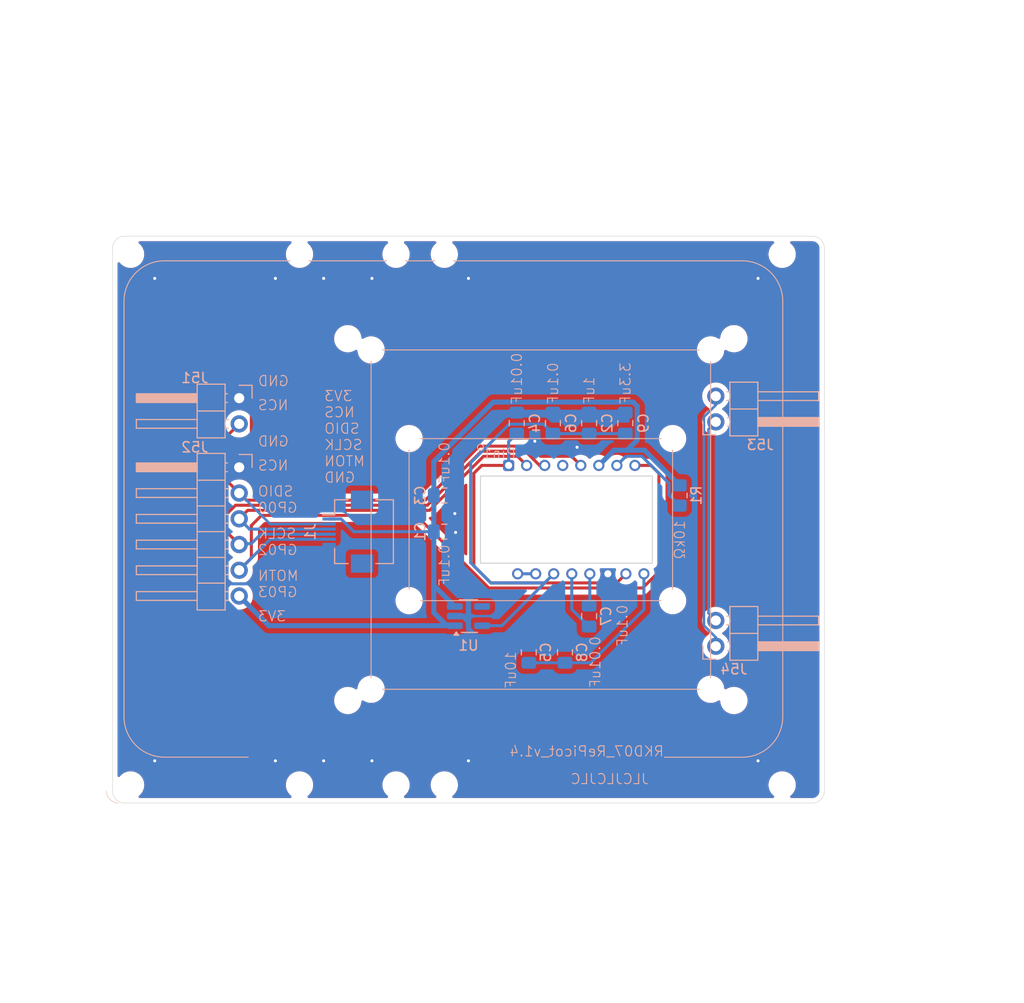
<source format=kicad_pcb>
(kicad_pcb (version 20241229) (generator "pcbnew") (generator_version "9.0")
  (layers (0 "F.Cu" signal) (2 "B.Cu" signal) (13 "F.Paste" user) (15 "B.Paste" user) (5 "F.SilkS" user "F.Silkscreen") (7 "B.SilkS" user "B.Silkscreen") (1 "F.Mask" user) (3 "B.Mask" user) (25 "Edge.Cuts" user))
  (net 0 "")
  (net 1 "3V3_F")
  (net 2 "GND_F")
  (net 3 "1V9_F")
  (net 4 "Net-(U2-+VCSEL)")
  (net 5 "Net-(U2-VCP)")
  (net 6 "Net-(U2-CP)")
  (net 7 "Net-(U2-CN)")
  (net 8 "NCS_F")
  (net 10 "GP03_MOSI_F")
  (net 11 "GP00_MISO_F")
  (net 12 "GP02_SCLK_F")
  (net 13 "Net-(U2-NRESET)")
  (net 15 "Net-(U2--VCSEL)")
  (net 16 "GP04_F")
  (net 17 "GP07_F")
  (footprint "kbd_Hole:m2_Screw_Hole" (layer "F.Cu") (at 145.25625 52.3875)
    (property "Reference" "Ref**")
    (property "Value" "Val**")
    (pad "" np_thru_hole circle (at 0 0) (size 2.2 2.2) (drill 2.2) (layers "*.Cu" "*.Mask"))
  )
  (footprint "kbd_Hole:m2_Screw_Hole" (layer "F.Cu") (at 145.25625 104.775)
    (property "Reference" "Ref**")
    (property "Value" "Val**")
    (pad "" np_thru_hole circle (at 0 0) (size 2.2 2.2) (drill 2.2) (layers "*.Cu" "*.Mask"))
  )
  (footprint "kbd_Hole:m2_Screw_Hole" (layer "F.Cu") (at 80.9625 52.3875)
    (property "Reference" "Ref**")
    (property "Value" "Val**")
    (pad "" np_thru_hole circle (at 0 0) (size 2.2 2.2) (drill 2.2) (layers "*.Cu" "*.Mask"))
  )
  (footprint "kbd_Hole:m2_Screw_Hole" (layer "F.Cu") (at 102.393644 60.722025)
    (property "Reference" "Ref**")
    (property "Value" "Val**")
    (pad "" np_thru_hole circle (at 0 0) (size 2.2 2.2) (drill 2.2) (layers "*.Cu" "*.Mask"))
  )
  (footprint "kbd_Hole:m2_Screw_Hole" (layer "F.Cu") (at 140.49375 96.440625)
    (property "Reference" "Ref**")
    (property "Value" "Val**")
    (pad "" np_thru_hole circle (at 0 0) (size 2.2 2.2) (drill 2.2) (layers "*.Cu" "*.Mask"))
  )
  (footprint "kbd_Hole:m2_Screw_Hole" (layer "F.Cu") (at 107.15625 104.775)
    (property "Reference" "Ref**")
    (property "Value" "Val**")
    (pad "" np_thru_hole circle (at 0 0) (size 2.2 2.2) (drill 2.2) (layers "*.Cu" "*.Mask"))
  )
  (footprint "kbd_Hole:m2_Screw_Hole" (layer "F.Cu") (at 80.9625 104.775)
    (property "Reference" "Ref**")
    (property "Value" "Val**")
    (pad "" np_thru_hole circle (at 0 0) (size 2.2 2.2) (drill 2.2) (layers "*.Cu" "*.Mask"))
  )
  (footprint "kbd_Hole:m2_Screw_Hole" (layer "F.Cu") (at 107.15625 52.3875 180)
    (property "Reference" "Ref**")
    (property "Value" "Val**")
    (pad "" np_thru_hole circle (at 0 0 180) (size 2.2 2.2) (drill 2.2) (layers "*.Cu" "*.Mask"))
  )
  (footprint "kbd_Hole:m2_Screw_Hole" (layer "F.Cu") (at 111.91875 52.3875 180)
    (property "Reference" "Ref**")
    (property "Value" "Val**")
    (pad "" np_thru_hole circle (at 0 0 180) (size 2.2 2.2) (drill 2.2) (layers "*.Cu" "*.Mask"))
  )
  (footprint "kbd_Hole:m2_Screw_Hole" (layer "F.Cu") (at 97.63115 104.775)
    (property "Reference" "Ref**")
    (property "Value" "Val**")
    (pad "" np_thru_hole circle (at 0 0) (size 2.2 2.2) (drill 2.2) (layers "*.Cu" "*.Mask"))
  )
  (footprint "kbd_Hole:m2_Screw_Hole" (layer "F.Cu") (at 111.91875 104.775)
    (property "Reference" "Ref**")
    (property "Value" "Val**")
    (pad "" np_thru_hole circle (at 0 0) (size 2.2 2.2) (drill 2.2) (layers "*.Cu" "*.Mask"))
  )
  (footprint "kbd_Hole:m2_Screw_Hole" (layer "F.Cu") (at 97.63125 52.3875)
    (property "Reference" "Ref**")
    (property "Value" "Val**")
    (pad "" np_thru_hole circle (at 0 0) (size 2.2 2.2) (drill 2.2) (layers "*.Cu" "*.Mask"))
  )
  (footprint "kbd_Hole:m2_Screw_Hole" (layer "F.Cu") (at 140.49375 60.721875)
    (property "Reference" "Ref**")
    (property "Value" "Val**")
    (pad "" np_thru_hole circle (at 0 0) (size 2.2 2.2) (drill 2.2) (layers "*.Cu" "*.Mask"))
  )
  (footprint "kbd_Hole:m2_Screw_Hole" (layer "F.Cu") (at 102.393988 96.440804)
    (property "Reference" "Ref**")
    (property "Value" "Val**")
    (pad "" np_thru_hole circle (at 0 0) (size 2.2 2.2) (drill 2.2) (layers "*.Cu" "*.Mask"))
  )
  (footprint "Rikkodo_FootPrint:PMW3610DM-SUDU" (layer "F.Cu") (at 121.443648 78.581184)
    (property "Reference" "U2" (hide yes))
    (property "Value" "PMW3610DM-SUDU")
    (fp_rect (start -5.96 -4.3) (end 11 4.3) (stroke (width 0.1)) (fill no) (layer "Edge.Cuts"))
    (pad "1" thru_hole roundrect (at -3.18 -5.35) (size 1.1 1.1) (drill 0.7) (layers "*.Cu" "*.Mask") (roundrect_rratio 0.2272727273) (net 4 "Net-(U2-+VCSEL)"))
    (pad "2" thru_hole circle (at -1.4 -5.35) (size 1.1 1.1) (drill 0.7) (layers "*.Cu" "*.Mask") (net 11 "GP00_MISO_F"))
    (pad "3" thru_hole circle (at 0.38 -5.35) (size 1.1 1.1) (drill 0.7) (layers "*.Cu" "*.Mask") (net 12 "GP02_SCLK_F"))
    (pad "4" thru_hole circle (at 2.16 -5.35) (size 1.1 1.1) (drill 0.7) (layers "*.Cu" "*.Mask"))
    (pad "5" thru_hole circle (at 3.94 -5.35) (size 1.1 1.1) (drill 0.7) (layers "*.Cu" "*.Mask") (net 8 "NCS_F"))
    (pad "6" thru_hole circle (at 5.72 -5.35) (size 1.1 1.1) (drill 0.7) (layers "*.Cu" "*.Mask") (net 1 "3V3_F"))
    (pad "7" thru_hole circle (at 7.5 -5.35) (size 1.1 1.1) (drill 0.7) (layers "*.Cu" "*.Mask") (net 13 "Net-(U2-NRESET)"))
    (pad "8" thru_hole circle (at 9.28 -5.35) (size 1.1 1.1) (drill 0.7) (layers "*.Cu" "*.Mask") (net 10 "GP03_MOSI_F"))
    (pad "9" thru_hole circle (at 10.17 5.35) (size 1.1 1.1) (drill 0.7) (layers "*.Cu" "*.Mask") (net 5 "Net-(U2-VCP)"))
    (pad "10" thru_hole circle (at 8.39 5.35) (size 1.1 1.1) (drill 0.7) (layers "*.Cu" "*.Mask") (net 4 "Net-(U2-+VCSEL)"))
    (pad "11" thru_hole circle (at 6.61 5.35) (size 1.1 1.1) (drill 0.7) (layers "*.Cu" "*.Mask") (net 2 "GND_F"))
    (pad "12" thru_hole circle (at 4.83 5.35) (size 1.1 1.1) (drill 0.7) (layers "*.Cu" "*.Mask") (net 6 "Net-(U2-CP)"))
    (pad "13" thru_hole circle (at 3.05 5.35) (size 1.1 1.1) (drill 0.7) (layers "*.Cu" "*.Mask") (net 7 "Net-(U2-CN)"))
    (pad "14" thru_hole circle (at 1.27 5.35) (size 1.1 1.1) (drill 0.7) (layers "*.Cu" "*.Mask") (net 3 "1V9_F"))
    (pad "15" thru_hole circle (at -0.51 5.35) (size 1.1 1.1) (drill 0.7) (layers "*.Cu" "*.Mask") (net 15 "Net-(U2--VCSEL)"))
    (pad "16" thru_hole circle (at -2.29 5.35) (size 1.1 1.1) (drill 0.7) (layers "*.Cu" "*.Mask") (net 15 "Net-(U2--VCSEL)"))
  )
  (footprint "Capacitor_SMD:C_0805_2012Metric_Pad1.18x1.45mm_HandSolder" (layer "B.Cu") (at 126.20625 69.05625 90)
    (property "Reference" "C2" (at 0.000058 1.78583 90) (layer "B.SilkS") (effects (justify mirror)))
    (property "Value" "1uF")
    (fp_line (start -0.261252 -0.735) (end 0.261252 -0.735) (stroke (width 0.12)) (layer "B.SilkS"))
    (fp_line (start -0.261252 0.735) (end 0.261252 0.735) (stroke (width 0.12)) (layer "B.SilkS"))
    (pad "1" smd roundrect (at -1.0375 0 90) (size 1.175 1.45) (layers "B.Cu" "B.Mask" "B.Paste") (roundrect_rratio 0.212766) (net 3 "1V9_F"))
    (pad "2" smd roundrect (at 1.0375 0 90) (size 1.175 1.45) (layers "B.Cu" "B.Mask" "B.Paste") (roundrect_rratio 0.212766) (net 2 "GND_F"))
  )
  (footprint "Capacitor_SMD:C_0805_2012Metric_Pad1.18x1.45mm_HandSolder" (layer "B.Cu") (at 111.918844 76.200064)
    (property "Reference" "C3" (at -2.381344 -0.000064 90) (layer "B.SilkS") (effects (justify mirror)))
    (property "Value" "0.1uF X7R")
    (fp_line (start -0.261252 -0.735) (end 0.261252 -0.735) (stroke (width 0.12)) (layer "B.SilkS"))
    (fp_line (start -0.261252 0.735) (end 0.261252 0.735) (stroke (width 0.12)) (layer "B.SilkS"))
    (pad "1" smd roundrect (at -1.0375 0) (size 1.175 1.45) (layers "B.Cu" "B.Mask" "B.Paste") (roundrect_rratio 0.212766) (net 1 "3V3_F"))
    (pad "2" smd roundrect (at 1.0375 0) (size 1.175 1.45) (layers "B.Cu" "B.Mask" "B.Paste") (roundrect_rratio 0.212766) (net 2 "GND_F"))
  )
  (footprint "Capacitor_SMD:C_0805_2012Metric_Pad1.18x1.45mm_HandSolder" (layer "B.Cu") (at 111.918844 79.772006)
    (property "Reference" "C1" (at -2.381344 0 90) (layer "B.SilkS") (effects (justify mirror)))
    (property "Value" "0.1uF X7R")
    (fp_line (start -0.261252 -0.735) (end 0.261252 -0.735) (stroke (width 0.12)) (layer "B.SilkS"))
    (fp_line (start -0.261252 0.735) (end 0.261252 0.735) (stroke (width 0.12)) (layer "B.SilkS"))
    (pad "1" smd roundrect (at -1.0375 0) (size 1.175 1.45) (layers "B.Cu" "B.Mask" "B.Paste") (roundrect_rratio 0.212766) (net 1 "3V3_F"))
    (pad "2" smd roundrect (at 1.0375 0) (size 1.175 1.45) (layers "B.Cu" "B.Mask" "B.Paste") (roundrect_rratio 0.212766) (net 2 "GND_F"))
  )
  (footprint "Connector_PinHeader_2.54mm:PinHeader_1x02_P2.54mm_Horizontal" (layer "B.Cu") (at 138.707929 68.933485)
    (property "Reference" "J53" (at 4.385 2.27 0) (layer "B.SilkS") (effects (justify mirror)))
    (property "Value" "Conn_01x02_Socket")
    (fp_line (start -1.27 0) (end -1.27 1.27) (stroke (width 0.12)) (layer "B.SilkS"))
    (fp_line (start -1.27 1.27) (end 0 1.27) (stroke (width 0.12)) (layer "B.SilkS"))
    (fp_line (start 1.077358 -2.97) (end 1.39 -2.97) (stroke (width 0.12)) (layer "B.SilkS"))
    (fp_line (start 1.077358 -2.11) (end 1.39 -2.11) (stroke (width 0.12)) (layer "B.SilkS"))
    (fp_line (start 1.16 -0.43) (end 1.39 -0.43) (stroke (width 0.12)) (layer "B.SilkS"))
    (fp_line (start 1.16 0.43) (end 1.39 0.43) (stroke (width 0.12)) (layer "B.SilkS"))
    (fp_line (start 1.39 -3.92) (end 4.15 -3.92) (stroke (width 0.12)) (layer "B.SilkS"))
    (fp_line (start 1.39 -1.27) (end 4.15 -1.27) (stroke (width 0.12)) (layer "B.SilkS"))
    (fp_line (start 1.39 1.38) (end 1.39 -3.92) (stroke (width 0.12)) (layer "B.SilkS"))
    (fp_line (start 4.15 -3.92) (end 4.15 1.38) (stroke (width 0.12)) (layer "B.SilkS"))
    (fp_line (start 4.15 -2.11) (end 10.15 -2.11) (stroke (width 0.12)) (layer "B.SilkS"))
    (fp_line (start 4.15 1.38) (end 1.39 1.38) (stroke (width 0.12)) (layer "B.SilkS"))
    (fp_line (start 10.15 -2.97) (end 4.15 -2.97) (stroke (width 0.12)) (layer "B.SilkS"))
    (fp_line (start 10.15 -2.11) (end 10.15 -2.97) (stroke (width 0.12)) (layer "B.SilkS"))
    (fp_rect (start 4.15 0.43) (end 10.15 -0.43) (stroke (width 0.12)) (fill yes) (layer "B.SilkS"))
    (pad "1" thru_hole circle (at 0 0) (size 1.7 1.7) (drill 1) (layers "*.Cu" "*.Mask") (net 16 "GP04_F"))
    (pad "2" thru_hole circle (at 0 -2.54) (size 1.7 1.7) (drill 1) (layers "*.Cu" "*.Mask") (net 17 "GP07_F"))
  )
  (footprint "Capacitor_SMD:C_0805_2012Metric_Pad1.18x1.45mm_HandSolder" (layer "B.Cu") (at 123.825 91.678125 90)
    (property "Reference" "C8" (at 0 1.68 90) (layer "B.SilkS") (effects (justify mirror)))
    (property "Value" "0.01uF X7R")
    (fp_line (start -0.261252 -0.735) (end 0.261252 -0.735) (stroke (width 0.12)) (layer "B.SilkS"))
    (fp_line (start -0.261252 0.735) (end 0.261252 0.735) (stroke (width 0.12)) (layer "B.SilkS"))
    (pad "1" smd roundrect (at -1.0375 0 90) (size 1.175 1.45) (layers "B.Cu" "B.Mask" "B.Paste") (roundrect_rratio 0.212766) (net 5 "Net-(U2-VCP)"))
    (pad "2" smd roundrect (at 1.0375 0 90) (size 1.175 1.45) (layers "B.Cu" "B.Mask" "B.Paste") (roundrect_rratio 0.212766) (net 2 "GND_F"))
  )
  (footprint "Capacitor_SMD:C_0805_2012Metric_Pad1.18x1.45mm_HandSolder" (layer "B.Cu") (at 120.253125 91.678125 90)
    (property "Reference" "C5" (at 0 1.68 90) (layer "B.SilkS") (effects (justify mirror)))
    (property "Value" "10uF X7R")
    (fp_line (start -0.261252 -0.735) (end 0.261252 -0.735) (stroke (width 0.12)) (layer "B.SilkS"))
    (fp_line (start -0.261252 0.735) (end 0.261252 0.735) (stroke (width 0.12)) (layer "B.SilkS"))
    (pad "1" smd roundrect (at -1.0375 0 90) (size 1.175 1.45) (layers "B.Cu" "B.Mask" "B.Paste") (roundrect_rratio 0.212766) (net 5 "Net-(U2-VCP)"))
    (pad "2" smd roundrect (at 1.0375 0 90) (size 1.175 1.45) (layers "B.Cu" "B.Mask" "B.Paste") (roundrect_rratio 0.212766) (net 2 "GND_F"))
  )
  (footprint "Connector_PinHeader_2.54mm:PinHeader_1x02_P2.54mm_Horizontal" (layer "B.Cu") (at 91.67828 66.590682 180)
    (property "Reference" "J51" (at 4.385 1.99933 0) (layer "B.SilkS") (effects (justify mirror)))
    (property "Value" "Conn_01x02_Socket")
    (fp_line (start 10.15 -2.11) (end 10.15 -2.97) (stroke (width 0.12)) (layer "B.SilkS"))
    (fp_line (start 10.15 -2.97) (end 4.15 -2.97) (stroke (width 0.12)) (layer "B.SilkS"))
    (fp_line (start 4.15 1.38) (end 1.39 1.38) (stroke (width 0.12)) (layer "B.SilkS"))
    (fp_line (start 4.15 -2.11) (end 10.15 -2.11) (stroke (width 0.12)) (layer "B.SilkS"))
    (fp_line (start 4.15 -3.92) (end 4.15 1.38) (stroke (width 0.12)) (layer "B.SilkS"))
    (fp_line (start 1.39 1.38) (end 1.39 -3.92) (stroke (width 0.12)) (layer "B.SilkS"))
    (fp_line (start 1.39 -1.27) (end 4.15 -1.27) (stroke (width 0.12)) (layer "B.SilkS"))
    (fp_line (start 1.39 -3.92) (end 4.15 -3.92) (stroke (width 0.12)) (layer "B.SilkS"))
    (fp_line (start 1.16 0.43) (end 1.39 0.43) (stroke (width 0.12)) (layer "B.SilkS"))
    (fp_line (start 1.16 -0.43) (end 1.39 -0.43) (stroke (width 0.12)) (layer "B.SilkS"))
    (fp_line (start 1.077358 -2.11) (end 1.39 -2.11) (stroke (width 0.12)) (layer "B.SilkS"))
    (fp_line (start 1.077358 -2.97) (end 1.39 -2.97) (stroke (width 0.12)) (layer "B.SilkS"))
    (fp_line (start -1.27 1.27) (end 0 1.27) (stroke (width 0.12)) (layer "B.SilkS"))
    (fp_line (start -1.27 0) (end -1.27 1.27) (stroke (width 0.12)) (layer "B.SilkS"))
    (fp_rect (start 4.15 0.43) (end 10.15 -0.43) (stroke (width 0.12)) (fill yes) (layer "B.SilkS"))
    (pad "1" thru_hole rect (at 0 0 180) (size 1.7 1.7) (drill 1) (layers "*.Cu" "*.Mask") (net 2 "GND_F"))
    (pad "2" thru_hole circle (at 0 -2.54 180) (size 1.7 1.7) (drill 1) (layers "*.Cu" "*.Mask") (net 8 "NCS_F"))
  )
  (footprint "Capacitor_SMD:C_0805_2012Metric_Pad1.18x1.45mm_HandSolder" (layer "B.Cu") (at 122.634375 69.05625 90)
    (property "Reference" "C6" (at 0.000058 1.785833 90) (layer "B.SilkS") (effects (justify mirror)))
    (property "Value" "0.1uF X7R")
    (fp_line (start -0.261252 -0.735) (end 0.261252 -0.735) (stroke (width 0.12)) (layer "B.SilkS"))
    (fp_line (start -0.261252 0.735) (end 0.261252 0.735) (stroke (width 0.12)) (layer "B.SilkS"))
    (pad "1" smd roundrect (at -1.0375 0 90) (size 1.175 1.45) (layers "B.Cu" "B.Mask" "B.Paste") (roundrect_rratio 0.212766) (net 3 "1V9_F"))
    (pad "2" smd roundrect (at 1.0375 0 90) (size 1.175 1.45) (layers "B.Cu" "B.Mask" "B.Paste") (roundrect_rratio 0.212766) (net 2 "GND_F"))
  )
  (footprint "Package_TO_SOT_SMD:SOT-23-5_HandSoldering" (layer "B.Cu") (at 114.3 88.10625)
    (property "Reference" "U1" (at 0 2.9 0) (layer "B.SilkS") (effects (justify mirror)))
    (property "Value" "TLV70019DDCR")
    (fp_line (start -0.9 -1.61) (end 0.9 -1.61) (stroke (width 0.12)) (layer "B.SilkS"))
    (fp_line (start 0.1 1.61) (end -0.7 1.61) (stroke (width 0.12)) (layer "B.SilkS"))
    (fp_line (start 0.1 1.61) (end 0.9 1.61) (stroke (width 0.12)) (layer "B.SilkS"))
    (fp_poly (pts (xy -1.2 1.56) (xy -1.44 1.89) (xy -0.96 1.89) (xy -1.2 1.56)) (stroke (width 0.12)) (fill yes) (layer "B.SilkS"))
    (pad "1" smd roundrect (at -1.35 0.95) (size 1.56 0.65) (layers "B.Cu" "B.Mask" "B.Paste") (net 1 "3V3_F"))
    (pad "2" smd roundrect (at -1.35 0) (size 1.56 0.65) (layers "B.Cu" "B.Mask" "B.Paste") (net 2 "GND_F"))
    (pad "3" smd roundrect (at -1.35 -0.95) (size 1.56 0.65) (layers "B.Cu" "B.Mask" "B.Paste") (net 1 "3V3_F"))
    (pad "4" smd roundrect (at 1.35 -0.95) (size 1.56 0.65) (layers "B.Cu" "B.Mask" "B.Paste"))
    (pad "5" smd roundrect (at 1.35 0.95) (size 1.56 0.65) (layers "B.Cu" "B.Mask" "B.Paste") (net 3 "1V9_F"))
  )
  (footprint "Connector_PinHeader_2.54mm:PinHeader_1x06_P2.54mm_Horizontal" (layer "B.Cu") (at 91.678202 73.421875 180)
    (property "Reference" "J52" (at 4.385 1.984315 0) (layer "B.SilkS") (effects (justify mirror)))
    (property "Value" "Conn_01x06")
    (fp_line (start 10.15 -2.11) (end 10.15 -2.97) (stroke (width 0.12)) (layer "B.SilkS"))
    (fp_line (start 10.15 -2.97) (end 4.15 -2.97) (stroke (width 0.12)) (layer "B.SilkS"))
    (fp_line (start 10.15 -4.65) (end 10.15 -5.51) (stroke (width 0.12)) (layer "B.SilkS"))
    (fp_line (start 10.15 -5.51) (end 4.15 -5.51) (stroke (width 0.12)) (layer "B.SilkS"))
    (fp_line (start 10.15 -7.19) (end 10.15 -8.05) (stroke (width 0.12)) (layer "B.SilkS"))
    (fp_line (start 10.15 -8.05) (end 4.15 -8.05) (stroke (width 0.12)) (layer "B.SilkS"))
    (fp_line (start 10.15 -9.73) (end 10.15 -10.59) (stroke (width 0.12)) (layer "B.SilkS"))
    (fp_line (start 10.15 -10.59) (end 4.15 -10.59) (stroke (width 0.12)) (layer "B.SilkS"))
    (fp_line (start 10.15 -12.27) (end 10.15 -13.13) (stroke (width 0.12)) (layer "B.SilkS"))
    (fp_line (start 10.15 -13.13) (end 4.15 -13.13) (stroke (width 0.12)) (layer "B.SilkS"))
    (fp_line (start 4.15 1.38) (end 1.39 1.38) (stroke (width 0.12)) (layer "B.SilkS"))
    (fp_line (start 4.15 -2.11) (end 10.15 -2.11) (stroke (width 0.12)) (layer "B.SilkS"))
    (fp_line (start 4.15 -4.65) (end 10.15 -4.65) (stroke (width 0.12)) (layer "B.SilkS"))
    (fp_line (start 4.15 -7.19) (end 10.15 -7.19) (stroke (width 0.12)) (layer "B.SilkS"))
    (fp_line (start 4.15 -9.73) (end 10.15 -9.73) (stroke (width 0.12)) (layer "B.SilkS"))
    (fp_line (start 4.15 -12.27) (end 10.15 -12.27) (stroke (width 0.12)) (layer "B.SilkS"))
    (fp_line (start 4.15 -14.08) (end 4.15 1.38) (stroke (width 0.12)) (layer "B.SilkS"))
    (fp_line (start 1.39 1.38) (end 1.39 -14.08) (stroke (width 0.12)) (layer "B.SilkS"))
    (fp_line (start 1.39 -1.27) (end 4.15 -1.27) (stroke (width 0.12)) (layer "B.SilkS"))
    (fp_line (start 1.39 -3.81) (end 4.15 -3.81) (stroke (width 0.12)) (layer "B.SilkS"))
    (fp_line (start 1.39 -6.35) (end 4.15 -6.35) (stroke (width 0.12)) (layer "B.SilkS"))
    (fp_line (start 1.39 -8.89) (end 4.15 -8.89) (stroke (width 0.12)) (layer "B.SilkS"))
    (fp_line (start 1.39 -11.43) (end 4.15 -11.43) (stroke (width 0.12)) (layer "B.SilkS"))
    (fp_line (start 1.39 -14.08) (end 4.15 -14.08) (stroke (width 0.12)) (layer "B.SilkS"))
    (fp_line (start 1.16 0.43) (end 1.39 0.43) (stroke (width 0.12)) (layer "B.SilkS"))
    (fp_line (start 1.16 -0.43) (end 1.39 -0.43) (stroke (width 0.12)) (layer "B.SilkS"))
    (fp_line (start 1.077358 -2.11) (end 1.39 -2.11) (stroke (width 0.12)) (layer "B.SilkS"))
    (fp_line (start 1.077358 -2.97) (end 1.39 -2.97) (stroke (width 0.12)) (layer "B.SilkS"))
    (fp_line (start 1.077358 -4.65) (end 1.39 -4.65) (stroke (width 0.12)) (layer "B.SilkS"))
    (fp_line (start 1.077358 -5.51) (end 1.39 -5.51) (stroke (width 0.12)) (layer "B.SilkS"))
    (fp_line (start 1.077358 -7.19) (end 1.39 -7.19) (stroke (width 0.12)) (layer "B.SilkS"))
    (fp_line (start 1.077358 -8.05) (end 1.39 -8.05) (stroke (width 0.12)) (layer "B.SilkS"))
    (fp_line (start 1.077358 -9.73) (end 1.39 -9.73) (stroke (width 0.12)) (layer "B.SilkS"))
    (fp_line (start 1.077358 -10.59) (end 1.39 -10.59) (stroke (width 0.12)) (layer "B.SilkS"))
    (fp_line (start 1.077358 -12.27) (end 1.39 -12.27) (stroke (width 0.12)) (layer "B.SilkS"))
    (fp_line (start 1.077358 -13.13) (end 1.39 -13.13) (stroke (width 0.12)) (layer "B.SilkS"))
    (fp_line (start -1.27 1.27) (end 0 1.27) (stroke (width 0.12)) (layer "B.SilkS"))
    (fp_line (start -1.27 0) (end -1.27 1.27) (stroke (width 0.12)) (layer "B.SilkS"))
    (fp_rect (start 4.15 0.43) (end 10.15 -0.43) (stroke (width 0.12)) (fill yes) (layer "B.SilkS"))
    (pad "1" thru_hole rect (at 0 0 180) (size 1.7 1.7) (drill 1) (layers "*.Cu" "*.Mask") (net 2 "GND_F"))
    (pad "2" thru_hole circle (at 0 -2.54 180) (size 1.7 1.7) (drill 1) (layers "*.Cu" "*.Mask") (net 8 "NCS_F"))
    (pad "3" thru_hole circle (at 0 -5.08 180) (size 1.7 1.7) (drill 1) (layers "*.Cu" "*.Mask") (net 11 "GP00_MISO_F"))
    (pad "4" thru_hole circle (at 0 -7.62 180) (size 1.7 1.7) (drill 1) (layers "*.Cu" "*.Mask") (net 12 "GP02_SCLK_F"))
    (pad "5" thru_hole circle (at 0 -10.16 180) (size 1.7 1.7) (drill 1) (layers "*.Cu" "*.Mask") (net 10 "GP03_MOSI_F"))
    (pad "6" thru_hole circle (at 0 -12.7 180) (size 1.7 1.7) (drill 1) (layers "*.Cu" "*.Mask") (net 1 "3V3_F"))
  )
  (footprint "Rikkodo_FootPrint:rkd_picot5400_BTM" (layer "B.Cu") (at 121.443648 78.581184)
    (property "Reference" "Picot**" (hide yes))
    (property "Value" "rkd_picot5400_BTM")
    (fp_line (start -16.75 -16.75) (end 16.75 -16.75) (stroke (width 0.1)) (layer "B.SilkS"))
    (fp_line (start -16.75 16.75) (end -16.75 -16.75) (stroke (width 0.1)) (layer "B.SilkS"))
    (fp_line (start -16.75 16.75) (end 16.75 16.75) (stroke (width 0.1)) (layer "B.SilkS"))
    (fp_line (start 16.75 -16.75) (end 16.75 16.75) (stroke (width 0.1)) (layer "B.SilkS"))
    (pad "" np_thru_hole circle (at -16.75 -16.75) (size 2.2 2.2) (drill 2.2) (layers "*.Cu" "*.Mask"))
    (pad "" np_thru_hole circle (at -16.75 16.75) (size 2.2 2.2) (drill 2.2) (layers "*.Cu" "*.Mask"))
    (pad "" np_thru_hole circle (at 16.75 -16.75) (size 2.2 2.2) (drill 2.2) (layers "*.Cu" "*.Mask"))
    (pad "" np_thru_hole circle (at 16.75 16.75) (size 2.2 2.2) (drill 2.2) (layers "*.Cu" "*.Mask"))
  )
  (footprint "Capacitor_SMD:C_0805_2012Metric_Pad1.18x1.45mm_HandSolder" (layer "B.Cu") (at 129.778125 69.05625 90)
    (property "Reference" "C9" (at 0.000058 1.785827 90) (layer "B.SilkS") (effects (justify mirror)))
    (property "Value" "3.3uF/16V")
    (fp_line (start -0.261252 -0.735) (end 0.261252 -0.735) (stroke (width 0.12)) (layer "B.SilkS"))
    (fp_line (start -0.261252 0.735) (end 0.261252 0.735) (stroke (width 0.12)) (layer "B.SilkS"))
    (pad "1" smd roundrect (at -1.0375 0 90) (size 1.175 1.45) (layers "B.Cu" "B.Mask" "B.Paste") (roundrect_rratio 0.212766) (net 3 "1V9_F"))
    (pad "2" smd roundrect (at 1.0375 0 90) (size 1.175 1.45) (layers "B.Cu" "B.Mask" "B.Paste") (roundrect_rratio 0.212766) (net 2 "GND_F"))
  )
  (footprint "Connector_FFC-FPC:Hirose_FH12-6S-0.5SH_1x06-1MP_P0.50mm_Horizontal" (layer "B.Cu") (at 102.39375 79.771875 -90)
    (property "Reference" "J1" (at 0 3.7 90) (layer "B.SilkS") (effects (justify mirror)))
    (property "Value" "Conn_01x06")
    (fp_line (start -3.15 1.3) (end -3.15 -0.04) (stroke (width 0.12)) (layer "B.SilkS"))
    (fp_line (start -1.66 1.3) (end -1.66 2.5) (stroke (width 0.12)) (layer "B.SilkS"))
    (fp_line (start -1.66 1.3) (end -3.15 1.3) (stroke (width 0.12)) (layer "B.SilkS"))
    (fp_line (start 1.66 1.3) (end 3.15 1.3) (stroke (width 0.12)) (layer "B.SilkS"))
    (fp_line (start 3.15 1.3) (end 3.15 -0.04) (stroke (width 0.12)) (layer "B.SilkS"))
    (fp_line (start -3.15 -2.76) (end -3.15 -4.5) (stroke (width 0.12)) (layer "B.SilkS"))
    (fp_line (start -3.15 -4.5) (end 3.15 -4.5) (stroke (width 0.12)) (layer "B.SilkS"))
    (fp_line (start 3.15 -4.5) (end 3.15 -2.76) (stroke (width 0.12)) (layer "B.SilkS"))
    (pad "1" smd rect (at -1.25 1.85 270) (size 0.3 1.3) (layers "B.Cu" "B.Mask" "B.Paste") (net 1 "3V3_F"))
    (pad "2" smd rect (at -0.75 1.85 270) (size 0.3 1.3) (layers "B.Cu" "B.Mask" "B.Paste") (net 8 "NCS_F"))
    (pad "3" smd rect (at -0.25 1.85 270) (size 0.3 1.3) (layers "B.Cu" "B.Mask" "B.Paste") (net 11 "GP00_MISO_F"))
    (pad "4" smd rect (at 0.25 1.85 270) (size 0.3 1.3) (layers "B.Cu" "B.Mask" "B.Paste") (net 12 "GP02_SCLK_F"))
    (pad "5" smd rect (at 0.75 1.85 270) (size 0.3 1.3) (layers "B.Cu" "B.Mask" "B.Paste") (net 10 "GP03_MOSI_F"))
    (pad "6" smd rect (at 1.25 1.85 270) (size 0.3 1.3) (layers "B.Cu" "B.Mask" "B.Paste") (net 2 "GND_F"))
    (pad "MP" smd rect (at -3.15 -1.4 270) (size 1.8 2.2) (layers "B.Cu" "B.Mask" "B.Paste"))
    (pad "MP" smd rect (at 3.15 -1.4 270) (size 1.8 2.2) (layers "B.Cu" "B.Mask" "B.Paste"))
  )
  (footprint "Capacitor_SMD:C_0805_2012Metric_Pad1.18x1.45mm_HandSolder" (layer "B.Cu") (at 126.20625 88.10625 90)
    (property "Reference" "C7" (at 0 1.68 90) (layer "B.SilkS") (effects (justify mirror)))
    (property "Value" "0.1uF X7R")
    (fp_line (start -0.261252 -0.735) (end 0.261252 -0.735) (stroke (width 0.12)) (layer "B.SilkS"))
    (fp_line (start -0.261252 0.735) (end 0.261252 0.735) (stroke (width 0.12)) (layer "B.SilkS"))
    (pad "1" smd roundrect (at -1.0375 0 90) (size 1.175 1.45) (layers "B.Cu" "B.Mask" "B.Paste") (roundrect_rratio 0.212766) (net 7 "Net-(U2-CN)"))
    (pad "2" smd roundrect (at 1.0375 0 90) (size 1.175 1.45) (layers "B.Cu" "B.Mask" "B.Paste") (roundrect_rratio 0.212766) (net 6 "Net-(U2-CP)"))
  )
  (footprint "Connector_PinHeader_2.54mm:PinHeader_1x02_P2.54mm_Horizontal" (layer "B.Cu") (at 138.707929 91.082889)
    (property "Reference" "J54" (at 1.785939 2.27 0) (layer "B.SilkS") (effects (justify mirror)))
    (property "Value" "Conn_01x02_Socket")
    (fp_line (start -1.27 0) (end -1.27 1.27) (stroke (width 0.12)) (layer "B.SilkS"))
    (fp_line (start -1.27 1.27) (end 0 1.27) (stroke (width 0.12)) (layer "B.SilkS"))
    (fp_line (start 1.077358 -2.97) (end 1.39 -2.97) (stroke (width 0.12)) (layer "B.SilkS"))
    (fp_line (start 1.077358 -2.11) (end 1.39 -2.11) (stroke (width 0.12)) (layer "B.SilkS"))
    (fp_line (start 1.16 -0.43) (end 1.39 -0.43) (stroke (width 0.12)) (layer "B.SilkS"))
    (fp_line (start 1.16 0.43) (end 1.39 0.43) (stroke (width 0.12)) (layer "B.SilkS"))
    (fp_line (start 1.39 -3.92) (end 4.15 -3.92) (stroke (width 0.12)) (layer "B.SilkS"))
    (fp_line (start 1.39 -1.27) (end 4.15 -1.27) (stroke (width 0.12)) (layer "B.SilkS"))
    (fp_line (start 1.39 1.38) (end 1.39 -3.92) (stroke (width 0.12)) (layer "B.SilkS"))
    (fp_line (start 4.15 -3.92) (end 4.15 1.38) (stroke (width 0.12)) (layer "B.SilkS"))
    (fp_line (start 4.15 -2.11) (end 10.15 -2.11) (stroke (width 0.12)) (layer "B.SilkS"))
    (fp_line (start 4.15 1.38) (end 1.39 1.38) (stroke (width 0.12)) (layer "B.SilkS"))
    (fp_line (start 10.15 -2.97) (end 4.15 -2.97) (stroke (width 0.12)) (layer "B.SilkS"))
    (fp_line (start 10.15 -2.11) (end 10.15 -2.97) (stroke (width 0.12)) (layer "B.SilkS"))
    (fp_rect (start 4.15 0.43) (end 10.15 -0.43) (stroke (width 0.12)) (fill yes) (layer "B.SilkS"))
    (pad "1" thru_hole circle (at 0 0) (size 1.7 1.7) (drill 1) (layers "*.Cu" "*.Mask") (net 17 "GP07_F"))
    (pad "2" thru_hole circle (at 0 -2.54) (size 1.7 1.7) (drill 1) (layers "*.Cu" "*.Mask") (net 16 "GP04_F"))
  )
  (footprint "Resistor_SMD:R_0805_2012Metric_Pad1.20x1.40mm_HandSolder" (layer "B.Cu") (at 135.136051 76.2 90)
    (property "Reference" "R1" (at 0 1.65 90) (layer "B.SilkS") (effects (justify mirror)))
    (property "Value" "10k")
    (fp_line (start -0.227064 -0.735) (end 0.227064 -0.735) (stroke (width 0.12)) (layer "B.SilkS"))
    (fp_line (start -0.227064 0.735) (end 0.227064 0.735) (stroke (width 0.12)) (layer "B.SilkS"))
    (pad "1" smd roundrect (at -1 0 90) (size 1.2 1.4) (layers "B.Cu" "B.Mask" "B.Paste") (roundrect_rratio 0.208333) (net 13 "Net-(U2-NRESET)"))
    (pad "2" smd roundrect (at 1 0 90) (size 1.2 1.4) (layers "B.Cu" "B.Mask" "B.Paste") (roundrect_rratio 0.208333) (net 1 "3V3_F"))
  )
  (footprint "Capacitor_SMD:C_0805_2012Metric_Pad1.18x1.45mm_HandSolder" (layer "B.Cu") (at 119.0625 69.05625 90)
    (property "Reference" "C4" (at 0.000058 1.785836 90) (layer "B.SilkS") (effects (justify mirror)))
    (property "Value" "0.01uF X7R")
    (fp_line (start -0.261252 -0.735) (end 0.261252 -0.735) (stroke (width 0.12)) (layer "B.SilkS"))
    (fp_line (start -0.261252 0.735) (end 0.261252 0.735) (stroke (width 0.12)) (layer "B.SilkS"))
    (pad "1" smd roundrect (at -1.0375 0 90) (size 1.175 1.45) (layers "B.Cu" "B.Mask" "B.Paste") (roundrect_rratio 0.212766) (net 4 "Net-(U2-+VCSEL)"))
    (pad "2" smd roundrect (at 1.0375 0 90) (size 1.175 1.45) (layers "B.Cu" "B.Mask" "B.Paste") (roundrect_rratio 0.212766) (net 2 "GND_F"))
  )
  (footprint "Rikkodo_FootPrint:rkd_sumi_foot" (layer "B.Cu") (at 121.443852 78.581316)
    (property "Reference" "REF**" (hide yes))
    (property "Value" "rkd_sumi_foot" (hide yes))
    (fp_rect (start -13 8) (end 13 -8) (stroke (width 0.1)) (fill no) (layer "B.SilkS"))
    (pad "" np_thru_hole circle (at -13 -8) (size 2.2 2.2) (drill 2.2) (layers "*.Cu" "*.Mask"))
    (pad "" np_thru_hole circle (at -13 8) (size 2.2 2.2) (drill 2.2) (layers "*.Cu" "*.Mask"))
    (pad "" np_thru_hole circle (at 13 -8) (size 2.2 2.2) (drill 2.2) (layers "*.Cu" "*.Mask"))
    (pad "" np_thru_hole circle (at 13 8) (size 2.2 2.2) (drill 2.2) (layers "*.Cu" "*.Mask"))
  )
  (gr_arc (start 84.311814 102.032873) (mid 81.483387 100.8613) (end 80.311814 98.032873) (stroke (width 0.1)) (layer "B.SilkS"))
  (gr_arc (start 145.31 98.04) (mid 144.138427 100.868427) (end 141.31 102.04) (stroke (width 0.1)) (layer "B.SilkS"))
  (gr_arc (start 79.77185 106.560875) (mid 78.92995 106.212149) (end 78.581224 105.370249) (stroke (width 0.05)) (layer "B.SilkS"))
  (gr_line (start 84.3118 102.032873) (end 92.571016 102.032873) (stroke (width 0.1)) (layer "B.SilkS"))
  (gr_arc (start 80.311814 57.032873) (mid 81.483397 54.204468) (end 84.311814 53.032873) (stroke (width 0.1)) (layer "B.SilkS"))
  (gr_circle (center 115.490722 71.4375) (end 115.788378 71.4375) (stroke (width 0.1)) (fill no) (layer "B.SilkS"))
  (gr_line (start 133.647544 102.04) (end 141.29 102.04) (stroke (width 0.1)) (layer "B.SilkS"))
  (gr_line (start 145.311814 57.032873) (end 145.311814 98.032873) (stroke (width 0.1)) (layer "B.SilkS"))
  (gr_line (start 84.311814 53.032873) (end 141.311815 53.032874) (stroke (width 0.1)) (layer "B.SilkS"))
  (gr_line (start 80.311814 98.032873) (end 80.311814 57.032873) (stroke (width 0.1)) (layer "B.SilkS"))
  (gr_arc (start 141.311815 53.032874) (mid 144.140241 54.20445) (end 145.311814 57.032873) (stroke (width 0.1)) (layer "B.SilkS"))
  (gr_arc (start 149.42367 105.370529) (mid 149.070442 106.216896) (end 148.220367 106.561103) (stroke (width 0.05)) (layer "Edge.Cuts"))
  (gr_arc (start 80.367255 106.561027) (mid 79.525376 106.212283) (end 79.176631 105.370403) (stroke (width 0.05)) (layer "Edge.Cuts"))
  (gr_arc (start 148.232963 50.601615) (mid 149.074842 50.950359) (end 149.423587 51.792239) (stroke (width 0.05)) (layer "Edge.Cuts"))
  (gr_line (start 148.219997 106.5611) (end 80.367255 106.561027) (stroke (width 0.05)) (layer "Edge.Cuts"))
  (gr_arc (start 79.176631 51.792229) (mid 79.525375 50.95035) (end 80.367255 50.601605) (stroke (width 0.05)) (layer "Edge.Cuts"))
  (gr_line (start 149.422426 51.792686) (end 149.423563 105.370401) (stroke (width 0.05)) (layer "Edge.Cuts"))
  (gr_line (start 80.367255 50.601605) (end 148.232963 50.601605) (stroke (width 0.05)) (layer "Edge.Cuts"))
  (gr_line (start 79.176629 51.792229) (end 79.176631 105.37034) (stroke (width 0.05)) (layer "Edge.Cuts"))
  (gr_text "0.1uF" (at 123.229584 67.270256 90) (layer "B.SilkS") (effects (font (size 1 1) (thickness 0.1)) (justify right bottom mirror)))
  (gr_text "3V3" (at 93.464141 88.701637 0) (layer "B.SilkS") (effects (font (size 1 1) (thickness 0.1)) (justify right bottom mirror)))
  (gr_text "GND" (at 93.464141 65.48443 0) (layer "B.SilkS") (effects (font (size 1 1) (thickness 0.1)) (justify right bottom mirror)))
  (gr_text "0.01uF" (at 127.396982 95.25008 90) (layer "B.SilkS") (effects (font (size 1 1) (thickness 0.1)) (justify right bottom mirror)))
  (gr_text "10uF" (at 119.0626 95.331184 90) (layer "B.SilkS") (effects (font (size 1 1) (thickness 0.1)) (justify right bottom mirror)))
  (gr_text "SDIO\nGP00" (at 93.464141 77.986003 0) (layer "B.SilkS") (effects (font (size 1 1) (thickness 0.1)) (justify right bottom mirror)))
  (gr_text "3V3\nNCS\nSDIO\nSCLK\nMTON\nGND" (at 100.0125 75.009375 0) (layer "B.SilkS") (effects (font (size 1 1) (thickness 0.1)) (justify right bottom mirror)))
  (gr_text "0.1uF" (at 112.513968 80.962432 90) (layer "B.SilkS") (effects (font (size 1 1) (thickness 0.1)) (justify left bottom mirror)))
  (gr_text "0.01uF" (at 119.657913 67.270369 90) (layer "B.SilkS") (effects (font (size 1 1) (thickness 0.1)) (justify right bottom mirror)))
  (gr_text "0.1uF" (at 112.513968 70.842128 90) (layer "B.SilkS") (effects (font (size 1 1) (thickness 0.1)) (justify left bottom mirror)))
  (gr_text "JLCJLCJLC" (at 132.159375 104.775 0) (layer "B.SilkS") (effects (font (size 1 1) (thickness 0.1)) (justify left bottom mirror)))
  (gr_text "Pin1" (at 119.0626 72.628186 0) (layer "B.SilkS") (effects (font (size 1 1) (thickness 0.1)) (justify left bottom mirror)))
  (gr_text "1uF" (at 126.801456 67.270256 90) (layer "B.SilkS") (effects (font (size 1 1) (thickness 0.1)) (justify right bottom mirror)))
  (gr_text "NCS" (at 93.464141 67.865682 0) (layer "B.SilkS") (effects (font (size 1 1) (thickness 0.1)) (justify right bottom mirror)))
  (gr_text "10kΩ" (at 135.731364 78.581316 90) (layer "B.SilkS") (effects (font (size 1 1) (thickness 0.1)) (justify left bottom mirror)))
  (gr_text "SCLK\nGP02" (at 93.464141 82.153194 0) (layer "B.SilkS") (effects (font (size 1 1) (thickness 0.1)) (justify right bottom mirror)))
  (gr_text "RKD07_RePicot_v1.4\n" (at 133.647544 102.04 0) (layer "B.SilkS") (effects (font (size 1 1) (thickness 0.1)) (justify left bottom mirror)))
  (gr_text "MOTN\nGP03" (at 93.464141 86.320385 0) (layer "B.SilkS") (effects (font (size 1 1) (thickness 0.1)) (justify right bottom mirror)))
  (gr_text "3.3uF" (at 130.373547 67.270369 90) (layer "B.SilkS") (effects (font (size 1 1) (thickness 0.1)) (justify right bottom mirror)))
  (gr_text "0.1uF" (at 130.075672 86.915552 90) (layer "B.SilkS") (effects (font (size 1 1) (thickness 0.1)) (justify left bottom mirror)))
  (gr_text "NCS" (at 93.464141 73.818812 0) (layer "B.SilkS") (effects (font (size 1 1) (thickness 0.1)) (justify right bottom mirror)))
  (gr_text "GND" (at 93.464141 71.43756 0) (layer "B.SilkS") (effects (font (size 1 1) (thickness 0.1)) (justify right bottom mirror)))
  (segment (start 130.954125 70.728542) (end 130.954125 67.383958) (width 0.5) (layer "B.Cu") (net 1))
  (segment (start 102.989213 79.772006) (end 110.881344 79.772006) (width 0.3) (layer "B.Cu") (net 1))
  (segment (start 110.881344 85.087594) (end 110.881344 87.767593) (width 0.5) (layer "B.Cu") (net 1))
  (segment (start 130.954125 67.383958) (end 130.550417 66.98025) (width 0.5) (layer "B.Cu") (net 1))
  (segment (start 128.665648 71.729184) (end 127.163648 73.231184) (width 0.5) (layer "B.Cu") (net 1))
  (segment (start 129.953483 71.729184) (end 131.665235 71.729184) (width 0.5) (layer "B.Cu") (net 1))
  (segment (start 131.665235 71.729184) (end 135.136051 75.2) (width 0.5) (layer "B.Cu") (net 1))
  (segment (start 100.54375 78.521875) (end 101.739082 78.521875) (width 0.3) (layer "B.Cu") (net 1))
  (segment (start 110.881344 72.8492) (end 110.881344 76.200064) (width 0.5) (layer "B.Cu") (net 1))
  (segment (start 110.881344 76.200064) (end 110.881344 79.771939) (width 0.5) (layer "B.Cu") (net 1))
  (segment (start 101.739082 78.521875) (end 102.989213 79.772006) (width 0.3) (layer "B.Cu") (net 1))
  (segment (start 110.881344 79.772006) (end 110.881344 85.087594) (width 0.5) (layer "B.Cu") (net 1))
  (segment (start 110.881344 87.767593) (end 112.170001 89.05625) (width 0.5) (layer "B.Cu") (net 1))
  (segment (start 129.953483 71.729184) (end 130.954125 70.728542) (width 0.5) (layer "B.Cu") (net 1))
  (segment (start 129.953483 71.729184) (end 128.665648 71.729184) (width 0.5) (layer "B.Cu") (net 1))
  (segment (start 130.550417 66.98025) (end 116.750294 66.98025) (width 0.5) (layer "B.Cu") (net 1))
  (segment (start 94.612577 89.05625) (end 91.678202 86.121875) (width 0.5) (layer "B.Cu") (net 1))
  (segment (start 112.170001 89.05625) (end 112.95 89.05625) (width 0.5) (layer "B.Cu") (net 1))
  (segment (start 110.881344 85.087594) (end 112.95 87.15625) (width 0.5) (layer "B.Cu") (net 1))
  (segment (start 112.95 89.05625) (end 94.612577 89.05625) (width 0.5) (layer "B.Cu") (net 1))
  (segment (start 116.750294 66.98025) (end 110.881344 72.8492) (width 0.5) (layer "B.Cu") (net 1))
  (segment (start 92.97928 72.120797) (end 91.678202 73.421875) (width 0.5) (layer "F.Cu") (net 2))
  (segment (start 92.97928 67.891682) (end 92.97928 72.120797) (width 0.5) (layer "F.Cu") (net 2))
  (segment (start 91.67828 66.590682) (end 92.97928 67.891682) (width 0.5) (layer "F.Cu") (net 2))
  (via (at 112.956344 77.986003) (size 0.6) (drill 0.3) (layers "F.Cu" "B.Cu") (net 2))
  (via (at 83.34375 102.39375) (size 0.6) (drill 0.3) (layers "F.Cu" "B.Cu") (net 2))
  (via (at 83.34375 54.76875) (size 0.6) (drill 0.3) (layers "F.Cu" "B.Cu") (net 2))
  (via (at 104.775 54.76875) (size 0.6) (drill 0.3) (layers "F.Cu" "B.Cu") (net 2))
  (via (at 95.25 102.39375) (size 0.6) (drill 0.3) (layers "F.Cu" "B.Cu") (net 2))
  (via (at 114.3 54.76875) (size 0.6) (drill 0.3) (layers "F.Cu" "B.Cu") (net 2))
  (via (at 125.01573 71.43756) (size 0.6) (drill 0.3) (layers "F.Cu" "B.Cu") (net 2))
  (via (at 100.0125 54.76875) (size 0.6) (drill 0.3) (layers "F.Cu" "B.Cu") (net 2))
  (via (at 95.25 54.76875) (size 0.6) (drill 0.3) (layers "F.Cu" "B.Cu") (net 2))
  (via (at 100.0125 102.39375) (size 0.6) (drill 0.3) (layers "F.Cu" "B.Cu") (net 2))
  (via (at 104.775 102.39375) (size 0.6) (drill 0.3) (layers "F.Cu" "B.Cu") (net 2))
  (via (at 114.3 102.39375) (size 0.6) (drill 0.3) (layers "F.Cu" "B.Cu") (net 2))
  (via (at 113.032908 79.848504) (size 0.6) (drill 0.3) (layers "F.Cu" "B.Cu") (net 2))
  (via (at 142.875 102.39375) (size 0.6) (drill 0.3) (layers "F.Cu" "B.Cu") (net 2))
  (via (at 120.848539 70.842247) (size 0.6) (drill 0.3) (layers "F.Cu" "B.Cu") (net 2))
  (via (at 142.875 54.76875) (size 0.6) (drill 0.3) (layers "F.Cu" "B.Cu") (net 2))
  (segment (start 119.0625 68.01875) (end 116.703158 68.01875) (width 0.5) (layer "B.Cu") (net 2))
  (segment (start 128.603648 88.557144) (end 128.603648 84.481184) (width 0.5) (layer "B.Cu") (net 2))
  (segment (start 128.603648 84.481184) (end 128.053648 83.931184) (width 0.5) (layer "B.Cu") (net 2))
  (segment (start 119.0625 68.01875) (end 129.778125 68.01875) (width 0.5) (layer "B.Cu") (net 2))
  (segment (start 112.956344 79.772006) (end 112.956344 84.976633) (width 0.5) (layer "B.Cu") (net 2))
  (segment (start 112.95 88.10625) (end 113.729999 88.10625) (width 0.5) (layer "B.Cu") (net 2))
  (segment (start 112.956344 79.771939) (end 113.032908 79.848504) (width 0.5) (layer "B.Cu") (net 2))
  (segment (start 123.825 90.640625) (end 126.520167 90.640625) (width 0.5) (layer "B.Cu") (net 2))
  (segment (start 94.35706 90.640625) (end 115.582253 90.640625) (width 0.5) (layer "B.Cu") (net 2))
  (segment (start 112.956344 84.976633) (end 114.300096 86.320385) (width 0.5) (layer "B.Cu") (net 2))
  (segment (start 91.678202 73.421875) (end 90.377202 74.722875) (width 0.5) (layer "B.Cu") (net 2))
  (segment (start 126.520167 90.640625) (end 128.603648 88.557144) (width 0.5) (layer "B.Cu") (net 2))
  (segment (start 96.64475 84.920875) (end 90.763631 84.920875) (width 0.3) (layer "B.Cu") (net 2))
  (segment (start 90.763631 84.920875) (end 90.377202 84.534446) (width 0.3) (layer "B.Cu") (net 2))
  (segment (start 90.377202 74.722875) (end 90.377202 86.660767) (width 0.5) (layer "B.Cu") (net 2))
  (segment (start 100.54375 81.021875) (end 96.64475 84.920875) (width 0.3) (layer "B.Cu") (net 2))
  (segment (start 116.703158 68.01875) (end 112.956344 71.765564) (width 0.5) (layer "B.Cu") (net 2))
  (segment (start 114.300096 86.320385) (end 114.300096 88.676347) (width 0.5) (layer "B.Cu") (net 2))
  (segment (start 113.729999 88.10625) (end 114.300096 88.676347) (width 0.5) (layer "B.Cu") (net 2))
  (segment (start 114.300096 89.358468) (end 115.582253 90.640625) (width 0.5) (layer "B.Cu") (net 2))
  (segment (start 112.956344 76.200064) (end 112.956344 79.771939) (width 0.5) (layer "B.Cu") (net 2))
  (segment (start 112.956344 71.765564) (end 112.956344 76.200064) (width 0.5) (layer "B.Cu") (net 2))
  (segment (start 120.253125 90.640625) (end 123.825 90.640625) (width 0.5) (layer "B.Cu") (net 2))
  (segment (start 114.300096 88.676347) (end 114.300096 89.358468) (width 0.5) (layer "B.Cu") (net 2))
  (segment (start 90.377202 86.660767) (end 94.35706 90.640625) (width 0.5) (layer "B.Cu") (net 2))
  (segment (start 113.032908 79.848504) (end 113.228469 80.044064) (width 0.5) (layer "B.Cu") (net 2))
  (segment (start 115.582253 90.640625) (end 120.253125 90.640625) (width 0.5) (layer "B.Cu") (net 2))
  (segment (start 115.65 89.05625) (end 117.588582 89.05625) (width 0.3) (layer "B.Cu") (net 3))
  (segment (start 118.33163 69.15525) (end 114.519 72.96788) (width 0.3) (layer "B.Cu") (net 3))
  (segment (start 122.634375 70.09375) (end 121.695875 69.15525) (width 0.3) (layer "B.Cu") (net 3))
  (segment (start 121.812648 84.832184) (end 122.713648 83.931184) (width 0.3) (layer "B.Cu") (net 3))
  (segment (start 121.695875 69.15525) (end 118.33163 69.15525) (width 0.3) (layer "B.Cu") (net 3))
  (segment (start 114.519 72.96788) (end 114.519 82.837189) (width 0.3) (layer "B.Cu") (net 3))
  (segment (start 114.519 82.837189) (end 116.513995 84.832184) (width 0.3) (layer "B.Cu") (net 3))
  (segment (start 122.634375 70.09375) (end 126.20625 70.09375) (width 0.3) (layer "B.Cu") (net 3))
  (segment (start 126.20625 70.09375) (end 129.778125 70.09375) (width 0.3) (layer "B.Cu") (net 3))
  (segment (start 121.812648 84.832184) (end 117.588582 89.05625) (width 0.3) (layer "B.Cu") (net 3))
  (segment (start 116.513995 84.832184) (end 121.812648 84.832184) (width 0.3) (layer "B.Cu") (net 3))
  (segment (start 114.832648 83.150837) (end 116.513995 84.832184) (width 0.3) (layer "F.Cu") (net 4))
  (segment (start 116.513995 84.832184) (end 128.932648 84.832184) (width 0.3) (layer "F.Cu") (net 4))
  (segment (start 128.932648 84.832184) (end 129.833648 83.931184) (width 0.3) (layer "F.Cu") (net 4))
  (segment (start 114.832648 74.011531) (end 114.832648 83.150837) (width 0.3) (layer "F.Cu") (net 4))
  (segment (start 115.612995 73.231184) (end 114.832648 74.011531) (width 0.3) (layer "F.Cu") (net 4))
  (segment (start 118.263648 73.231184) (end 115.612995 73.231184) (width 0.3) (layer "F.Cu") (net 4))
  (segment (start 118.263648 73.231184) (end 118.263648 70.892602) (width 0.3) (layer "B.Cu") (net 4))
  (segment (start 118.263648 70.892602) (end 119.0625 70.09375) (width 0.3) (layer "B.Cu") (net 4))
  (segment (start 123.825 92.715625) (end 120.253125 92.715625) (width 0.3) (layer "B.Cu") (net 5))
  (segment (start 131.613648 83.931184) (end 131.613648 87.461536) (width 0.3) (layer "B.Cu") (net 5))
  (segment (start 126.359559 92.715625) (end 123.825 92.715625) (width 0.3) (layer "B.Cu") (net 5))
  (segment (start 131.613648 87.461536) (end 126.359559 92.715625) (width 0.3) (layer "B.Cu") (net 5))
  (segment (start 126.273648 87.001352) (end 126.20625 87.06875) (width 0.3) (layer "B.Cu") (net 6))
  (segment (start 126.273648 83.931184) (end 126.273648 87.001352) (width 0.3) (layer "B.Cu") (net 6))
  (segment (start 124.493648 87.431148) (end 126.20625 89.14375) (width 0.3) (layer "B.Cu") (net 7))
  (segment (start 124.493648 83.931184) (end 124.493648 87.431148) (width 0.3) (layer "B.Cu") (net 7))
  (segment (start 91.678202 75.961875) (end 90.477202 74.760875) (width 0.3) (layer "F.Cu") (net 8))
  (segment (start 90.477202 74.760875) (end 90.477202 70.33176) (width 0.3) (layer "F.Cu") (net 8))
  (segment (start 120.413822 71.328184) (end 121.415822 72.330184) (width 0.3) (layer "F.Cu") (net 8))
  (segment (start 121.415822 72.330184) (end 124.482649 72.330184) (width 0.3) (layer "F.Cu") (net 8))
  (segment (start 91.678202 75.961875) (end 92.378202 76.661875) (width 0.3) (layer "F.Cu") (net 8))
  (segment (start 115.373683 71.328184) (end 120.413822 71.328184) (width 0.3) (layer "F.Cu") (net 8))
  (segment (start 110.039992 76.661875) (end 115.373683 71.328184) (width 0.3) (layer "F.Cu") (net 8))
  (segment (start 92.378202 76.661875) (end 110.039992 76.661875) (width 0.3) (layer "F.Cu") (net 8))
  (segment (start 90.477202 70.33176) (end 91.67828 69.130682) (width 0.3) (layer "F.Cu") (net 8))
  (segment (start 124.482649 72.330184) (end 125.383648 73.231184) (width 0.3) (layer "F.Cu") (net 8))
  (segment (start 94.738202 79.021875) (end 91.678202 75.961875) (width 0.25) (layer "B.Cu") (net 8))
  (segment (start 100.54375 79.021875) (end 94.738202 79.021875) (width 0.25) (layer "B.Cu") (net 8))
  (segment (start 132.314301 73.231184) (end 130.723648 73.231184) (width 0.3) (layer "F.Cu") (net 10))
  (segment (start 92.879202 79.187003) (end 92.868828 79.176629) (width 0.3) (layer "F.Cu") (net 10))
  (segment (start 131.485855 85.333184) (end 133.094648 83.724391) (width 0.3) (layer "F.Cu") (net 10))
  (segment (start 109.138166 78.164875) (end 116.306475 85.333184) (width 0.3) (layer "F.Cu") (net 10))
  (segment (start 92.879202 82.380875) (end 92.879202 79.187003) (width 0.3) (layer "F.Cu") (net 10))
  (segment (start 93.880582 78.164875) (end 109.138166 78.164875) (width 0.3) (layer "F.Cu") (net 10))
  (segment (start 92.868828 79.176629) (end 93.880582 78.164875) (width 0.3) (layer "F.Cu") (net 10))
  (segment (start 116.306475 85.333184) (end 131.485855 85.333184) (width 0.3) (layer "F.Cu") (net 10))
  (segment (start 133.094648 74.011531) (end 132.314301 73.231184) (width 0.3) (layer "F.Cu") (net 10))
  (segment (start 91.678202 83.581875) (end 92.879202 82.380875) (width 0.3) (layer "F.Cu") (net 10))
  (segment (start 133.094648 83.724391) (end 133.094648 74.011531) (width 0.3) (layer "F.Cu") (net 10))
  (segment (start 94.738203 80.521875) (end 91.678203 83.581875) (width 0.3) (layer "B.Cu") (net 10))
  (segment (start 100.54375 80.521875) (end 94.738203 80.521875) (width 0.3) (layer "B.Cu") (net 10))
  (segment (start 91.678203 83.581875) (end 91.678202 83.581875) (width 0.3) (layer "B.Cu") (net 10))
  (segment (start 119.142648 72.330184) (end 115.788724 72.330184) (width 0.3) (layer "F.Cu") (net 11))
  (segment (start 110.455033 77.663875) (end 92.516202 77.663875) (width 0.3) (layer "F.Cu") (net 11))
  (segment (start 115.788724 72.330184) (end 110.455033 77.663875) (width 0.3) (layer "F.Cu") (net 11))
  (segment (start 120.043648 73.231184) (end 119.142648 72.330184) (width 0.3) (layer "F.Cu") (net 11))
  (segment (start 92.516202 77.663875) (end 91.678202 78.501875) (width 0.3) (layer "F.Cu") (net 11))
  (segment (start 91.678202 78.501875) (end 92.698202 79.521875) (width 0.3) (layer "B.Cu") (net 11))
  (segment (start 92.698202 79.521875) (end 100.54375 79.521875) (width 0.3) (layer "B.Cu") (net 11))
  (segment (start 110.247513 77.162875) (end 91.318731 77.162875) (width 0.3) (layer "F.Cu") (net 12))
  (segment (start 121.823648 73.231184) (end 121.317855 73.231184) (width 0.3) (layer "F.Cu") (net 12))
  (segment (start 90.269845 79.633518) (end 91.678202 81.041875) (width 0.3) (layer "F.Cu") (net 12))
  (segment (start 119.915855 71.829184) (end 115.581204 71.829184) (width 0.3) (layer "F.Cu") (net 12))
  (segment (start 90.269845 78.211761) (end 90.269845 79.633518) (width 0.3) (layer "F.Cu") (net 12))
  (segment (start 91.318731 77.162875) (end 90.269845 78.211761) (width 0.3) (layer "F.Cu") (net 12))
  (segment (start 121.317855 73.231184) (end 119.915855 71.829184) (width 0.3) (layer "F.Cu") (net 12))
  (segment (start 115.581204 71.829184) (end 110.247513 77.162875) (width 0.3) (layer "F.Cu") (net 12))
  (segment (start 93.809375 80.021875) (end 92.86875 80.9625) (width 0.3) (layer "B.Cu") (net 12))
  (segment (start 91.757577 80.9625) (end 91.678202 81.041875) (width 0.3) (layer "B.Cu") (net 12))
  (segment (start 92.86875 80.9625) (end 91.757577 80.9625) (width 0.3) (layer "B.Cu") (net 12))
  (segment (start 100.54375 80.021875) (end 93.809375 80.021875) (width 0.3) (layer "B.Cu") (net 12))
  (segment (start 128.943648 73.231184) (end 129.844648 72.330184) (width 0.3) (layer "B.Cu") (net 13))
  (segment (start 129.844648 72.330184) (end 131.413301 72.330184) (width 0.3) (layer "B.Cu") (net 13))
  (segment (start 131.413301 72.330184) (end 134.085051 75.001934) (width 0.3) (layer "B.Cu") (net 13))
  (segment (start 134.085051 76.149) (end 135.136051 77.2) (width 0.3) (layer "B.Cu") (net 13))
  (segment (start 134.085051 75.001934) (end 134.085051 76.149) (width 0.3) (layer "B.Cu") (net 13))
  (segment (start 119.153648 83.931184) (end 120.933648 83.931184) (width 0.3) (layer "B.Cu") (net 15))
  (segment (start 137.982929 69.658485) (end 137.982929 87.817889) (width 0.25) (layer "B.Cu") (net 16))
  (segment (start 137.982929 69.658485) (end 138.707929 68.933485) (width 0.25) (layer "B.Cu") (net 16))
  (segment (start 137.982929 87.817889) (end 138.707929 88.542889) (width 0.25) (layer "B.Cu") (net 16))
  (segment (start 138.707929 88.542889) (end 138.549181 88.542889) (width 0.25) (layer "B.Cu") (net 16))
  (segment (start 138.707929 67.270369) (end 137.531929 68.446369) (width 0.25) (layer "B.Cu") (net 17))
  (segment (start 137.531929 68.446369) (end 137.531929 89.030005) (width 0.25) (layer "B.Cu") (net 17))
  (segment (start 138.707929 66.393485) (end 138.707929 67.270369) (width 0.25) (layer "B.Cu") (net 17))
  (segment (start 138.707929 90.206005) (end 138.707929 91.082889) (width 0.25) (layer "B.Cu") (net 17))
  (segment (start 137.531929 89.030005) (end 138.707929 90.206005) (width 0.25) (layer "B.Cu") (net 17))
  (zone (net 2) (net_name "GND_F") (layers "F.Cu" "B.Cu") (priority 1) (connect_pads yes (clearance 0.5)) (min_thickness 0.25) (fill yes (thermal_gap 0.5) (thermal_bridge_width 0.5))
    (polygon (pts (xy 78.581316 50.601605) (xy 78.581316 106.561027) (xy 149.423563 106.561027) (xy 149.423563 50.601605)))
  )
)
</source>
